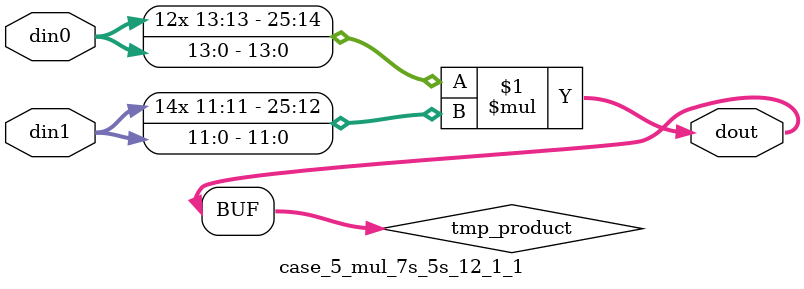
<source format=v>

`timescale 1 ns / 1 ps

 (* use_dsp = "no" *)  module case_5_mul_7s_5s_12_1_1(din0, din1, dout);
parameter ID = 1;
parameter NUM_STAGE = 0;
parameter din0_WIDTH = 14;
parameter din1_WIDTH = 12;
parameter dout_WIDTH = 26;

input [din0_WIDTH - 1 : 0] din0; 
input [din1_WIDTH - 1 : 0] din1; 
output [dout_WIDTH - 1 : 0] dout;

wire signed [dout_WIDTH - 1 : 0] tmp_product;



























assign tmp_product = $signed(din0) * $signed(din1);








assign dout = tmp_product;





















endmodule

</source>
